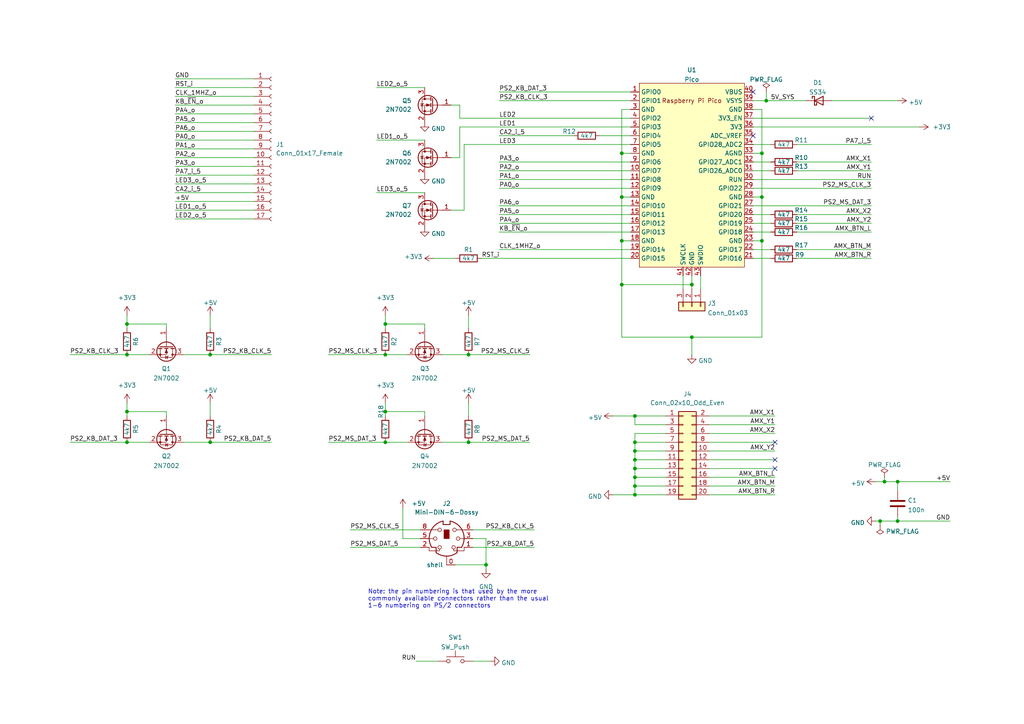
<source format=kicad_sch>
(kicad_sch (version 20211123) (generator eeschema)
  (paper "A4")
  (title_block (title "Next2BeebKB") (date "2023-12-21") (rev "1.01") (company "Dossytronics"))
  (lib_symbols
    (symbol "Connector:Conn_01x17_Female" (pin_names (offset 1.016) hide)
      (property "Reference" "J" (at 0 22.86 0))
      (property "Value" "Conn_01x17_Female" (at 0 -22.86 0))
      (symbol "Conn_01x17_Female_1_1"
        (arc (start 0 -19.812) (mid -0.508 -20.32) (end 0 -20.828) (stroke (width 0.1524)))
        (arc (start 0 -17.272) (mid -0.508 -17.78) (end 0 -18.288) (stroke (width 0.1524)))
        (arc (start 0 -14.732) (mid -0.508 -15.24) (end 0 -15.748) (stroke (width 0.1524)))
        (arc (start 0 -12.192) (mid -0.508 -12.7) (end 0 -13.208) (stroke (width 0.1524)))
        (arc (start 0 -9.652) (mid -0.508 -10.16) (end 0 -10.668) (stroke (width 0.1524)))
        (arc (start 0 -7.112) (mid -0.508 -7.62) (end 0 -8.128) (stroke (width 0.1524)))
        (arc (start 0 -4.572) (mid -0.508 -5.08) (end 0 -5.588) (stroke (width 0.1524)))
        (arc (start 0 -2.032) (mid -0.508 -2.54) (end 0 -3.048) (stroke (width 0.1524)))
        (polyline (pts (xy -1.27 -20.32) (xy -0.508 -20.32)) (stroke (width 0.1524)))
        (polyline (pts (xy -1.27 -17.78) (xy -0.508 -17.78)) (stroke (width 0.1524)))
        (polyline (pts (xy -1.27 -15.24) (xy -0.508 -15.24)) (stroke (width 0.1524)))
        (polyline (pts (xy -1.27 -12.7) (xy -0.508 -12.7)) (stroke (width 0.1524)))
        (polyline (pts (xy -1.27 -10.16) (xy -0.508 -10.16)) (stroke (width 0.1524)))
        (polyline (pts (xy -1.27 -7.62) (xy -0.508 -7.62)) (stroke (width 0.1524)))
        (polyline (pts (xy -1.27 -5.08) (xy -0.508 -5.08)) (stroke (width 0.1524)))
        (polyline (pts (xy -1.27 -2.54) (xy -0.508 -2.54)) (stroke (width 0.1524)))
        (polyline (pts (xy -1.27 0) (xy -0.508 0)) (stroke (width 0.1524)))
        (polyline (pts (xy -1.27 2.54) (xy -0.508 2.54)) (stroke (width 0.1524)))
        (polyline (pts (xy -1.27 5.08) (xy -0.508 5.08)) (stroke (width 0.1524)))
        (polyline (pts (xy -1.27 7.62) (xy -0.508 7.62)) (stroke (width 0.1524)))
        (polyline (pts (xy -1.27 10.16) (xy -0.508 10.16)) (stroke (width 0.1524)))
        (polyline (pts (xy -1.27 12.7) (xy -0.508 12.7)) (stroke (width 0.1524)))
        (polyline (pts (xy -1.27 15.24) (xy -0.508 15.24)) (stroke (width 0.1524)))
        (polyline (pts (xy -1.27 17.78) (xy -0.508 17.78)) (stroke (width 0.1524)))
        (polyline (pts (xy -1.27 20.32) (xy -0.508 20.32)) (stroke (width 0.1524)))
        (arc (start 0 0.508) (mid -0.508 0) (end 0 -0.508) (stroke (width 0.1524)))
        (arc (start 0 3.048) (mid -0.508 2.54) (end 0 2.032) (stroke (width 0.1524)))
        (arc (start 0 5.588) (mid -0.508 5.08) (end 0 4.572) (stroke (width 0.1524)))
        (arc (start 0 8.128) (mid -0.508 7.62) (end 0 7.112) (stroke (width 0.1524)))
        (arc (start 0 10.668) (mid -0.508 10.16) (end 0 9.652) (stroke (width 0.1524)))
        (arc (start 0 13.208) (mid -0.508 12.7) (end 0 12.192) (stroke (width 0.1524)))
        (arc (start 0 15.748) (mid -0.508 15.24) (end 0 14.732) (stroke (width 0.1524)))
        (arc (start 0 18.288) (mid -0.508 17.78) (end 0 17.272) (stroke (width 0.1524)))
        (arc (start 0 20.828) (mid -0.508 20.32) (end 0 19.812) (stroke (width 0.1524)))
        (pin passive line (at -5.08 20.32 0) (length 3.81) (name "Pin_1") (number "1"))
        (pin passive line (at -5.08 -2.54 0) (length 3.81) (name "Pin_10") (number "10"))
        (pin passive line (at -5.08 -5.08 0) (length 3.81) (name "Pin_11") (number "11"))
        (pin passive line (at -5.08 -7.62 0) (length 3.81) (name "Pin_12") (number "12"))
        (pin passive line (at -5.08 -10.16 0) (length 3.81) (name "Pin_13") (number "13"))
        (pin passive line (at -5.08 -12.7 0) (length 3.81) (name "Pin_14") (number "14"))
        (pin passive line (at -5.08 -15.24 0) (length 3.81) (name "Pin_15") (number "15"))
        (pin passive line (at -5.08 -17.78 0) (length 3.81) (name "Pin_16") (number "16"))
        (pin passive line (at -5.08 -20.32 0) (length 3.81) (name "Pin_17") (number "17"))
        (pin passive line (at -5.08 17.78 0) (length 3.81) (name "Pin_2") (number "2"))
        (pin passive line (at -5.08 15.24 0) (length 3.81) (name "Pin_3") (number "3"))
        (pin passive line (at -5.08 12.7 0) (length 3.81) (name "Pin_4") (number "4"))
        (pin passive line (at -5.08 10.16 0) (length 3.81) (name "Pin_5") (number "5"))
        (pin passive line (at -5.08 7.62 0) (length 3.81) (name "Pin_6") (number "6"))
        (pin passive line (at -5.08 5.08 0) (length 3.81) (name "Pin_7") (number "7"))
        (pin passive line (at -5.08 2.54 0) (length 3.81) (name "Pin_8") (number "8"))
        (pin passive line (at -5.08 0 0) (length 3.81) (name "Pin_9") (number "9"))
      )
    )
    (symbol "Connector_Generic:Conn_01x03" (pin_names (offset 1.016) hide)
      (property "Reference" "J" (at 0 5.08 0))
      (property "Value" "Conn_01x03" (at 0 -5.08 0))
      (symbol "Conn_01x03_1_1"
        (rectangle (start -1.27 -2.413) (end 0 -2.667) (stroke (width 0.1524)))
        (rectangle (start -1.27 0.127) (end 0 -0.127) (stroke (width 0.1524)))
        (rectangle (start -1.27 2.667) (end 0 2.413) (stroke (width 0.1524)))
        (rectangle (start -1.27 3.81) (end 1.27 -3.81) (stroke (width 0.254)) (fill (type background)))
        (pin passive line (at -5.08 2.54 0) (length 3.81) (name "Pin_1") (number "1"))
        (pin passive line (at -5.08 0 0) (length 3.81) (name "Pin_2") (number "2"))
        (pin passive line (at -5.08 -2.54 0) (length 3.81) (name "Pin_3") (number "3"))
      )
    )
    (symbol "Connector_Generic:Conn_02x10_Odd_Even" (pin_names (offset 1.016) hide)
      (property "Reference" "J" (at 1.27 12.7 0))
      (property "Value" "Conn_02x10_Odd_Even" (at 1.27 -15.24 0))
      (symbol "Conn_02x10_Odd_Even_1_1"
        (rectangle (start -1.27 -12.573) (end 0 -12.827) (stroke (width 0.1524)))
        (rectangle (start -1.27 -10.033) (end 0 -10.287) (stroke (width 0.1524)))
        (rectangle (start -1.27 -7.493) (end 0 -7.747) (stroke (width 0.1524)))
        (rectangle (start -1.27 -4.953) (end 0 -5.207) (stroke (width 0.1524)))
        (rectangle (start -1.27 -2.413) (end 0 -2.667) (stroke (width 0.1524)))
        (rectangle (start -1.27 0.127) (end 0 -0.127) (stroke (width 0.1524)))
        (rectangle (start -1.27 2.667) (end 0 2.413) (stroke (width 0.1524)))
        (rectangle (start -1.27 5.207) (end 0 4.953) (stroke (width 0.1524)))
        (rectangle (start -1.27 7.747) (end 0 7.493) (stroke (width 0.1524)))
        (rectangle (start -1.27 10.287) (end 0 10.033) (stroke (width 0.1524)))
        (rectangle (start -1.27 11.43) (end 3.81 -13.97) (stroke (width 0.254)) (fill (type background)))
        (rectangle (start 3.81 -12.573) (end 2.54 -12.827) (stroke (width 0.1524)))
        (rectangle (start 3.81 -10.033) (end 2.54 -10.287) (stroke (width 0.1524)))
        (rectangle (start 3.81 -7.493) (end 2.54 -7.747) (stroke (width 0.1524)))
        (rectangle (start 3.81 -4.953) (end 2.54 -5.207) (stroke (width 0.1524)))
        (rectangle (start 3.81 -2.413) (end 2.54 -2.667) (stroke (width 0.1524)))
        (rectangle (start 3.81 0.127) (end 2.54 -0.127) (stroke (width 0.1524)))
        (rectangle (start 3.81 2.667) (end 2.54 2.413) (stroke (width 0.1524)))
        (rectangle (start 3.81 5.207) (end 2.54 4.953) (stroke (width 0.1524)))
        (rectangle (start 3.81 7.747) (end 2.54 7.493) (stroke (width 0.1524)))
        (rectangle (start 3.81 10.287) (end 2.54 10.033) (stroke (width 0.1524)))
        (pin passive line (at -5.08 10.16 0) (length 3.81) (name "Pin_1") (number "1"))
        (pin passive line (at 7.62 0 180) (length 3.81) (name "Pin_10") (number "10"))
        (pin passive line (at -5.08 -2.54 0) (length 3.81) (name "Pin_11") (number "11"))
        (pin passive line (at 7.62 -2.54 180) (length 3.81) (name "Pin_12") (number "12"))
        (pin passive line (at -5.08 -5.08 0) (length 3.81) (name "Pin_13") (number "13"))
        (pin passive line (at 7.62 -5.08 180) (length 3.81) (name "Pin_14") (number "14"))
        (pin passive line (at -5.08 -7.62 0) (length 3.81) (name "Pin_15") (number "15"))
        (pin passive line (at 7.62 -7.62 180) (length 3.81) (name "Pin_16") (number "16"))
        (pin passive line (at -5.08 -10.16 0) (length 3.81) (name "Pin_17") (number "17"))
        (pin passive line (at 7.62 -10.16 180) (length 3.81) (name "Pin_18") (number "18"))
        (pin passive line (at -5.08 -12.7 0) (length 3.81) (name "Pin_19") (number "19"))
        (pin passive line (at 7.62 10.16 180) (length 3.81) (name "Pin_2") (number "2"))
        (pin passive line (at 7.62 -12.7 180) (length 3.81) (name "Pin_20") (number "20"))
        (pin passive line (at -5.08 7.62 0) (length 3.81) (name "Pin_3") (number "3"))
        (pin passive line (at 7.62 7.62 180) (length 3.81) (name "Pin_4") (number "4"))
        (pin passive line (at -5.08 5.08 0) (length 3.81) (name "Pin_5") (number "5"))
        (pin passive line (at 7.62 5.08 180) (length 3.81) (name "Pin_6") (number "6"))
        (pin passive line (at -5.08 2.54 0) (length 3.81) (name "Pin_7") (number "7"))
        (pin passive line (at 7.62 2.54 180) (length 3.81) (name "Pin_8") (number "8"))
        (pin passive line (at -5.08 0 0) (length 3.81) (name "Pin_9") (number "9"))
      )
    )
    (symbol "Device:C" (pin_numbers hide) (pin_names (offset 0.254))
      (property "Reference" "C" (at 0.635 2.54 0))
      (property "Value" "C" (at 0.635 -2.54 0))
      (symbol "C_0_1"
        (polyline (pts (xy -2.032 -0.762) (xy 2.032 -0.762)) (stroke (width 0.508)))
        (polyline (pts (xy -2.032 0.762) (xy 2.032 0.762)) (stroke (width 0.508)))
      )
      (symbol "C_1_1"
        (pin passive line (at 0 3.81 270) (length 2.794) (name "~") (number "1"))
        (pin passive line (at 0 -3.81 90) (length 2.794) (name "~") (number "2"))
      )
    )
    (symbol "Device:D_Schottky" (pin_numbers hide) (pin_names (offset 1.016) hide)
      (property "Reference" "D" (at 0 2.54 0))
      (property "Value" "D_Schottky" (at 0 -2.54 0))
      (symbol "D_Schottky_0_1"
        (polyline (pts (xy 1.27 0) (xy -1.27 0)))
        (polyline (pts (xy 1.27 1.27) (xy 1.27 -1.27) (xy -1.27 0) (xy 1.27 1.27)) (stroke (width 0.254)))
        (polyline (pts (xy -1.905 0.635) (xy -1.905 1.27) (xy -1.27 1.27) (xy -1.27 -1.27) (xy -0.635 -1.27) (xy -0.635 -0.635)) (stroke (width 0.254)))
      )
      (symbol "D_Schottky_1_1"
        (pin passive line (at -3.81 0 0) (length 2.54) (name "K") (number "1"))
        (pin passive line (at 3.81 0 180) (length 2.54) (name "A") (number "2"))
      )
    )
    (symbol "Device:Q_NMOS_GSD" (pin_names (offset 0) hide)
      (property "Reference" "Q" (at 5.08 1.27 0))
      (property "Value" "Q_NMOS_GSD" (at 5.08 -1.27 0))
      (symbol "Q_NMOS_GSD_0_1"
        (polyline (pts (xy 0.254 0) (xy -2.54 0)))
        (polyline (pts (xy 0.254 1.905) (xy 0.254 -1.905)) (stroke (width 0.254)))
        (polyline (pts (xy 0.762 -1.27) (xy 0.762 -2.286)) (stroke (width 0.254)))
        (polyline (pts (xy 0.762 0.508) (xy 0.762 -0.508)) (stroke (width 0.254)))
        (polyline (pts (xy 0.762 2.286) (xy 0.762 1.27)) (stroke (width 0.254)))
        (polyline (pts (xy 2.54 2.54) (xy 2.54 1.778)))
        (polyline (pts (xy 2.54 -2.54) (xy 2.54 0) (xy 0.762 0)))
        (polyline (pts (xy 0.762 -1.778) (xy 3.302 -1.778) (xy 3.302 1.778) (xy 0.762 1.778)))
        (polyline (pts (xy 1.016 0) (xy 2.032 0.381) (xy 2.032 -0.381) (xy 1.016 0)) (fill (type outline)))
        (polyline (pts (xy 2.794 0.508) (xy 2.921 0.381) (xy 3.683 0.381) (xy 3.81 0.254)))
        (polyline (pts (xy 3.302 0.381) (xy 2.921 -0.254) (xy 3.683 -0.254) (xy 3.302 0.381)))
        (circle (center 1.651 0) (radius 2.794) (stroke (width 0.254)))
        (circle (center 2.54 -1.778) (radius 0.254) (fill (type outline)))
        (circle (center 2.54 1.778) (radius 0.254) (fill (type outline)))
      )
      (symbol "Q_NMOS_GSD_1_1"
        (pin input line (at -5.08 0 0) (length 2.54) (name "G") (number "1"))
        (pin passive line (at 2.54 -5.08 90) (length 2.54) (name "S") (number "2"))
        (pin passive line (at 2.54 5.08 270) (length 2.54) (name "D") (number "3"))
      )
    )
    (symbol "Device:R" (pin_numbers hide) (pin_names (offset 0))
      (property "Reference" "R" (at 2.032 0 90))
      (property "Value" "R" (at 0 0 90))
      (symbol "R_0_1"
        (rectangle (start -1.016 -2.54) (end 1.016 2.54) (stroke (width 0.254)))
      )
      (symbol "R_1_1"
        (pin passive line (at 0 3.81 270) (length 1.27) (name "~") (number "1"))
        (pin passive line (at 0 -3.81 90) (length 1.27) (name "~") (number "2"))
      )
    )
    (symbol "DossyPS2:Mini-DIN-6-Dossy" (pin_names (offset 1.016))
      (property "Reference" "J?" (at 0.0177 10.16 0))
      (property "Value" "Mini-DIN-6-Dossy" (at 0.0177 7.62 0))
      (symbol "Mini-DIN-6-Dossy_0_1"
        (circle (center -3.302 0) (radius 0.508))
        (arc (start -3.048 -4.064) (mid 0 -5.08) (end 3.048 -4.064) (stroke (width 0.254)))
        (circle (center -2.032 -2.54) (radius 0.508))
        (circle (center -2.032 2.54) (radius 0.508))
        (arc (start -1.016 5.08) (mid -4.6228 2.1214) (end -4.318 -2.54) (stroke (width 0.254)))
        (rectangle (start -0.762 2.54) (end 0.762 0) (fill (type outline)))
        (polyline (pts (xy -3.81 0) (xy -5.08 0)))
        (polyline (pts (xy -2.54 2.54) (xy -5.08 2.54)))
        (polyline (pts (xy 0 -7.62) (xy 0 -5.08)))
        (polyline (pts (xy 2.794 2.54) (xy 5.08 2.54)))
        (polyline (pts (xy 5.08 0) (xy 3.81 0)))
        (polyline (pts (xy -4.318 -2.54) (xy -3.048 -2.54) (xy -3.048 -4.064)) (stroke (width 0.254)))
        (polyline (pts (xy 4.318 -2.54) (xy 3.048 -2.54) (xy 3.048 -4.064)) (stroke (width 0.254)))
        (polyline (pts (xy -2.032 -3.048) (xy -2.032 -3.556) (xy -5.08 -3.556) (xy -5.08 -2.54)))
        (polyline (pts (xy -1.016 5.08) (xy -1.016 4.064) (xy 1.016 4.064) (xy 1.016 5.08)) (stroke (width 0.254)))
        (polyline (pts (xy 2.032 -3.048) (xy 2.032 -3.556) (xy 5.08 -3.556) (xy 5.08 -2.54)))
        (circle (center 2.032 -2.54) (radius 0.508))
        (circle (center 2.286 2.54) (radius 0.508))
        (circle (center 3.302 0) (radius 0.508))
        (arc (start 4.318 -2.54) (mid 4.6661 2.1322) (end 1.016 5.08) (stroke (width 0.254)))
      )
      (symbol "Mini-DIN-6-Dossy_1_1"
        (pin passive line (at 2.54 -7.62 180) (length 2.54) (name "shell") (number "0"))
        (pin passive line (at 7.62 -2.54 180) (length 2.54) (name "~") (number "1"))
        (pin passive line (at -7.62 -2.54 0) (length 2.54) (name "~") (number "2"))
        (pin passive line (at 7.62 0 180) (length 2.54) (name "~") (number "3"))
        (pin passive line (at -7.62 0 0) (length 2.54) (name "~") (number "5"))
        (pin passive line (at 7.62 2.54 180) (length 2.54) (name "~") (number "6"))
        (pin passive line (at -7.62 2.54 0) (length 2.54) (name "~") (number "8"))
      )
    )
    (symbol "RPI_Local:Pico"
      (property "Reference" "U" (at -13.97 27.94 0))
      (property "Value" "Pico" (at 0 19.05 0))
      (symbol "Pico_0_0"
        (text "Raspberry Pi Pico" (at 0 21.59 0) (effects (font (size 1.27 1.27))))
      )
      (symbol "Pico_0_1"
        (rectangle (start -15.24 26.67) (end 15.24 -26.67) (fill (type background)))
      )
      (symbol "Pico_1_1"
        (pin bidirectional line (at -17.78 24.13 0) (length 2.54) (name "GPIO0") (number "1"))
        (pin bidirectional line (at -17.78 1.27 0) (length 2.54) (name "GPIO7") (number "10"))
        (pin bidirectional line (at -17.78 -1.27 0) (length 2.54) (name "GPIO8") (number "11"))
        (pin bidirectional line (at -17.78 -3.81 0) (length 2.54) (name "GPIO9") (number "12"))
        (pin power_in line (at -17.78 -6.35 0) (length 2.54) (name "GND") (number "13"))
        (pin bidirectional line (at -17.78 -8.89 0) (length 2.54) (name "GPIO10") (number "14"))
        (pin bidirectional line (at -17.78 -11.43 0) (length 2.54) (name "GPIO11") (number "15"))
        (pin bidirectional line (at -17.78 -13.97 0) (length 2.54) (name "GPIO12") (number "16"))
        (pin bidirectional line (at -17.78 -16.51 0) (length 2.54) (name "GPIO13") (number "17"))
        (pin power_in line (at -17.78 -19.05 0) (length 2.54) (name "GND") (number "18"))
        (pin bidirectional line (at -17.78 -21.59 0) (length 2.54) (name "GPIO14") (number "19"))
        (pin bidirectional line (at -17.78 21.59 0) (length 2.54) (name "GPIO1") (number "2"))
        (pin bidirectional line (at -17.78 -24.13 0) (length 2.54) (name "GPIO15") (number "20"))
        (pin bidirectional line (at 17.78 -24.13 180) (length 2.54) (name "GPIO16") (number "21"))
        (pin bidirectional line (at 17.78 -21.59 180) (length 2.54) (name "GPIO17") (number "22"))
        (pin power_in line (at 17.78 -19.05 180) (length 2.54) (name "GND") (number "23"))
        (pin bidirectional line (at 17.78 -16.51 180) (length 2.54) (name "GPIO18") (number "24"))
        (pin bidirectional line (at 17.78 -13.97 180) (length 2.54) (name "GPIO19") (number "25"))
        (pin bidirectional line (at 17.78 -11.43 180) (length 2.54) (name "GPIO20") (number "26"))
        (pin bidirectional line (at 17.78 -8.89 180) (length 2.54) (name "GPIO21") (number "27"))
        (pin power_in line (at 17.78 -6.35 180) (length 2.54) (name "GND") (number "28"))
        (pin bidirectional line (at 17.78 -3.81 180) (length 2.54) (name "GPIO22") (number "29"))
        (pin power_in line (at -17.78 19.05 0) (length 2.54) (name "GND") (number "3"))
        (pin input line (at 17.78 -1.27 180) (length 2.54) (name "RUN") (number "30"))
        (pin bidirectional line (at 17.78 1.27 180) (length 2.54) (name "GPIO26_ADC0") (number "31"))
        (pin bidirectional line (at 17.78 3.81 180) (length 2.54) (name "GPIO27_ADC1") (number "32"))
        (pin power_in line (at 17.78 6.35 180) (length 2.54) (name "AGND") (number "33"))
        (pin bidirectional line (at 17.78 8.89 180) (length 2.54) (name "GPIO28_ADC2") (number "34"))
        (pin power_in line (at 17.78 11.43 180) (length 2.54) (name "ADC_VREF") (number "35"))
        (pin power_out line (at 17.78 13.97 180) (length 2.54) (name "3V3") (number "36"))
        (pin input line (at 17.78 16.51 180) (length 2.54) (name "3V3_EN") (number "37"))
        (pin power_in line (at 17.78 19.05 180) (length 2.54) (name "GND") (number "38"))
        (pin passive line (at 17.78 21.59 180) (length 2.54) (name "VSYS") (number "39"))
        (pin bidirectional line (at -17.78 16.51 0) (length 2.54) (name "GPIO2") (number "4"))
        (pin power_in line (at 17.78 24.13 180) (length 2.54) (name "VBUS") (number "40"))
        (pin input line (at -2.54 -29.21 90) (length 2.54) (name "SWCLK") (number "41"))
        (pin power_in line (at 0 -29.21 90) (length 2.54) (name "GND") (number "42"))
        (pin bidirectional line (at 2.54 -29.21 90) (length 2.54) (name "SWDIO") (number "43"))
        (pin bidirectional line (at -17.78 13.97 0) (length 2.54) (name "GPIO3") (number "5"))
        (pin bidirectional line (at -17.78 11.43 0) (length 2.54) (name "GPIO4") (number "6"))
        (pin bidirectional line (at -17.78 8.89 0) (length 2.54) (name "GPIO5") (number "7"))
        (pin power_in line (at -17.78 6.35 0) (length 2.54) (name "GND") (number "8"))
        (pin bidirectional line (at -17.78 3.81 0) (length 2.54) (name "GPIO6") (number "9"))
      )
    )
    (symbol "Switch:SW_Push" (pin_numbers hide) (pin_names (offset 1.016) hide)
      (property "Reference" "SW" (at 1.27 2.54 0))
      (property "Value" "SW_Push" (at 0 -1.524 0))
      (symbol "SW_Push_0_1"
        (circle (center -2.032 0) (radius 0.508))
        (polyline (pts (xy 0 1.27) (xy 0 3.048)))
        (polyline (pts (xy 2.54 1.27) (xy -2.54 1.27)))
        (circle (center 2.032 0) (radius 0.508))
        (pin passive line (at -5.08 0 0) (length 2.54) (name "1") (number "1"))
        (pin passive line (at 5.08 0 180) (length 2.54) (name "2") (number "2"))
      )
    )
    (symbol "power:+3V3" (power) (pin_names (offset 0))
      (property "Value" "+3V3" (at 0 3.556 0))
      (symbol "+3V3_0_1"
        (polyline (pts (xy -0.762 1.27) (xy 0 2.54)))
        (polyline (pts (xy 0 0) (xy 0 2.54)))
        (polyline (pts (xy 0 2.54) (xy 0.762 1.27)))
      )
      (symbol "+3V3_1_1"
        (pin power_in line (at 0 0 90) (length 0) hide (name "+3V3") (number "1"))
      )
    )
    (symbol "power:+5V" (power) (pin_names (offset 0))
      (property "Value" "+5V" (at 0 3.556 0))
      (symbol "+5V_0_1"
        (polyline (pts (xy -0.762 1.27) (xy 0 2.54)))
        (polyline (pts (xy 0 0) (xy 0 2.54)))
        (polyline (pts (xy 0 2.54) (xy 0.762 1.27)))
      )
      (symbol "+5V_1_1"
        (pin power_in line (at 0 0 90) (length 0) hide (name "+5V") (number "1"))
      )
    )
    (symbol "power:GND" (power) (pin_names (offset 0))
      (property "Value" "GND" (at 0 -3.81 0))
      (symbol "GND_0_1"
        (polyline (pts (xy 0 0) (xy 0 -1.27) (xy 1.27 -1.27) (xy 0 -2.54) (xy -1.27 -1.27) (xy 0 -1.27)))
      )
      (symbol "GND_1_1"
        (pin power_in line (at 0 0 270) (length 0) hide (name "GND") (number "1"))
      )
    )
    (symbol "power:PWR_FLAG" (power) (pin_numbers hide) (pin_names (offset 0) hide)
      (property "Value" "PWR_FLAG" (at 0 3.81 0))
      (symbol "PWR_FLAG_0_0"
        (pin power_out line (at 0 0 90) (length 0) (name "pwr") (number "1"))
      )
      (symbol "PWR_FLAG_0_1"
        (polyline (pts (xy 0 0) (xy 0 1.27) (xy -1.016 1.905) (xy 0 2.54) (xy 1.016 1.905) (xy 0 1.27)))
      )
    )
  )
  (junction (at 260.35 151.13))
  (junction (at 180.34 57.15))
  (junction (at 184.15 140.97))
  (junction (at 184.15 138.43))
  (junction (at 184.15 135.89))
  (junction (at 60.96 128.27))
  (junction (at 135.89 128.27))
  (junction (at 111.76 93.98))
  (junction (at 36.83 128.27))
  (junction (at 36.83 93.98))
  (junction (at 260.35 139.7))
  (junction (at 256.54 139.7))
  (junction (at 184.15 133.35))
  (junction (at 184.15 128.27))
  (junction (at 222.25 29.21))
  (junction (at 184.15 143.51))
  (junction (at 200.66 97.79))
  (junction (at 180.34 82.55))
  (junction (at 36.83 119.38))
  (junction (at 255.27 151.13))
  (junction (at 184.15 130.81))
  (junction (at 36.83 102.87))
  (junction (at 140.97 163.83))
  (junction (at 111.76 102.87))
  (junction (at 180.34 69.85))
  (junction (at 200.66 82.55))
  (junction (at 60.96 102.87))
  (junction (at 111.76 128.27))
  (junction (at 220.98 57.15))
  (junction (at 180.34 44.45))
  (junction (at 220.98 44.45))
  (junction (at 184.15 120.65))
  (junction (at 220.98 69.85))
  (junction (at 135.89 102.87))
  (junction (at 111.76 119.38))
  (no_connect (at 252.73 34.29))
  (no_connect (at 224.79 128.27))
  (no_connect (at 224.79 133.35))
  (no_connect (at 224.79 135.89))
  (no_connect (at 218.44 26.67))
  (no_connect (at 218.44 39.37))
  (wire (pts (xy 173.99 39.37) (xy 182.88 39.37)))
  (wire (pts (xy 144.78 46.99) (xy 182.88 46.99)))
  (wire (pts (xy 50.8 63.5) (xy 73.66 63.5)))
  (wire (pts (xy 184.15 123.19) (xy 184.15 120.65)))
  (wire (pts (xy 50.8 50.8) (xy 73.66 50.8)))
  (wire (pts (xy 256.54 139.7) (xy 260.35 139.7)))
  (wire (pts (xy 144.78 49.53) (xy 182.88 49.53)))
  (wire (pts (xy 218.44 74.93) (xy 223.52 74.93)))
  (wire (pts (xy 231.14 46.99) (xy 252.73 46.99)))
  (wire (pts (xy 177.8 143.51) (xy 184.15 143.51)))
  (wire (pts (xy 36.83 119.38) (xy 36.83 120.65)))
  (wire (pts (xy 50.8 53.34) (xy 73.66 53.34)))
  (wire (pts (xy 218.44 64.77) (xy 223.52 64.77)))
  (wire (pts (xy 184.15 128.27) (xy 184.15 130.81)))
  (wire (pts (xy 36.83 116.84) (xy 36.83 119.38)))
  (wire (pts (xy 20.32 102.87) (xy 36.83 102.87)))
  (wire (pts (xy 218.44 44.45) (xy 220.98 44.45)))
  (wire (pts (xy 231.14 67.31) (xy 252.73 67.31)))
  (wire (pts (xy 111.76 119.38) (xy 111.76 120.65)))
  (wire (pts (xy 205.74 123.19) (xy 224.79 123.19)))
  (wire (pts (xy 132.08 74.93) (xy 125.73 74.93)))
  (wire (pts (xy 254 151.13) (xy 255.27 151.13)))
  (wire (pts (xy 144.78 59.69) (xy 182.88 59.69)))
  (wire (pts (xy 36.83 91.44) (xy 36.83 93.98)))
  (wire (pts (xy 184.15 133.35) (xy 193.04 133.35)))
  (wire (pts (xy 109.22 40.64) (xy 123.19 40.64)))
  (wire (pts (xy 140.97 156.21) (xy 140.97 163.83)))
  (wire (pts (xy 133.35 34.29) (xy 182.88 34.29)))
  (wire (pts (xy 134.62 41.91) (xy 134.62 60.96)))
  (wire (pts (xy 231.14 64.77) (xy 252.73 64.77)))
  (wire (pts (xy 133.35 30.48) (xy 130.81 30.48)))
  (wire (pts (xy 205.74 125.73) (xy 224.79 125.73)))
  (wire (pts (xy 144.78 26.67) (xy 182.88 26.67)))
  (wire (pts (xy 260.35 139.7) (xy 260.35 142.24)))
  (wire (pts (xy 205.74 120.65) (xy 224.79 120.65)))
  (wire (pts (xy 180.34 31.75) (xy 180.34 44.45)))
  (wire (pts (xy 184.15 120.65) (xy 193.04 120.65)))
  (wire (pts (xy 123.19 95.25) (xy 123.19 93.98)))
  (wire (pts (xy 140.97 163.83) (xy 140.97 165.1)))
  (wire (pts (xy 200.66 80.01) (xy 200.66 82.55)))
  (wire (pts (xy 132.08 163.83) (xy 140.97 163.83)))
  (wire (pts (xy 218.44 72.39) (xy 223.52 72.39)))
  (wire (pts (xy 222.25 29.21) (xy 233.68 29.21)))
  (wire (pts (xy 111.76 93.98) (xy 111.76 95.25)))
  (wire (pts (xy 101.6 158.75) (xy 121.92 158.75)))
  (wire (pts (xy 205.74 135.89) (xy 224.79 135.89)))
  (wire (pts (xy 139.7 74.93) (xy 182.88 74.93)))
  (wire (pts (xy 205.74 140.97) (xy 224.79 140.97)))
  (wire (pts (xy 184.15 135.89) (xy 193.04 135.89)))
  (wire (pts (xy 220.98 57.15) (xy 220.98 44.45)))
  (wire (pts (xy 200.66 82.55) (xy 200.66 83.82)))
  (wire (pts (xy 50.8 38.1) (xy 73.66 38.1)))
  (wire (pts (xy 205.74 143.51) (xy 224.79 143.51)))
  (wire (pts (xy 95.25 102.87) (xy 111.76 102.87)))
  (wire (pts (xy 48.26 93.98) (xy 36.83 93.98)))
  (wire (pts (xy 218.44 62.23) (xy 223.52 62.23)))
  (wire (pts (xy 184.15 140.97) (xy 184.15 143.51)))
  (wire (pts (xy 144.78 52.07) (xy 182.88 52.07)))
  (wire (pts (xy 180.34 82.55) (xy 200.66 82.55)))
  (wire (pts (xy 50.8 40.64) (xy 73.66 40.64)))
  (wire (pts (xy 109.22 25.4) (xy 123.19 25.4)))
  (wire (pts (xy 135.89 116.84) (xy 135.89 120.65)))
  (wire (pts (xy 109.22 55.88) (xy 123.19 55.88)))
  (wire (pts (xy 36.83 102.87) (xy 43.18 102.87)))
  (wire (pts (xy 50.8 58.42) (xy 73.66 58.42)))
  (wire (pts (xy 121.92 156.21) (xy 116.84 156.21)))
  (wire (pts (xy 255.27 151.13) (xy 260.35 151.13)))
  (wire (pts (xy 260.35 149.86) (xy 260.35 151.13)))
  (wire (pts (xy 53.34 128.27) (xy 60.96 128.27)))
  (wire (pts (xy 182.88 57.15) (xy 180.34 57.15)))
  (wire (pts (xy 218.44 69.85) (xy 220.98 69.85)))
  (wire (pts (xy 256.54 138.43) (xy 256.54 139.7)))
  (wire (pts (xy 218.44 29.21) (xy 222.25 29.21)))
  (wire (pts (xy 144.78 72.39) (xy 182.88 72.39)))
  (wire (pts (xy 48.26 119.38) (xy 36.83 119.38)))
  (wire (pts (xy 95.25 128.27) (xy 111.76 128.27)))
  (wire (pts (xy 222.25 26.67) (xy 222.25 29.21)))
  (wire (pts (xy 184.15 130.81) (xy 193.04 130.81)))
  (wire (pts (xy 218.44 36.83) (xy 266.7 36.83)))
  (wire (pts (xy 137.16 191.77) (xy 142.24 191.77)))
  (wire (pts (xy 220.98 69.85) (xy 220.98 57.15)))
  (wire (pts (xy 50.8 35.56) (xy 73.66 35.56)))
  (wire (pts (xy 200.66 97.79) (xy 180.34 97.79)))
  (wire (pts (xy 220.98 69.85) (xy 220.98 97.79)))
  (wire (pts (xy 218.44 52.07) (xy 252.73 52.07)))
  (wire (pts (xy 50.8 60.96) (xy 73.66 60.96)))
  (wire (pts (xy 180.34 44.45) (xy 180.34 57.15)))
  (wire (pts (xy 184.15 130.81) (xy 184.15 133.35)))
  (wire (pts (xy 50.8 33.02) (xy 73.66 33.02)))
  (wire (pts (xy 50.8 43.18) (xy 73.66 43.18)))
  (wire (pts (xy 231.14 62.23) (xy 252.73 62.23)))
  (wire (pts (xy 123.19 119.38) (xy 111.76 119.38)))
  (wire (pts (xy 184.15 140.97) (xy 193.04 140.97)))
  (wire (pts (xy 60.96 102.87) (xy 78.74 102.87)))
  (wire (pts (xy 50.8 27.94) (xy 73.66 27.94)))
  (wire (pts (xy 120.65 191.77) (xy 127 191.77)))
  (wire (pts (xy 260.35 139.7) (xy 275.59 139.7)))
  (wire (pts (xy 241.3 29.21) (xy 260.35 29.21)))
  (wire (pts (xy 111.76 102.87) (xy 118.11 102.87)))
  (wire (pts (xy 144.78 29.21) (xy 182.88 29.21)))
  (wire (pts (xy 50.8 22.86) (xy 73.66 22.86)))
  (wire (pts (xy 220.98 44.45) (xy 220.98 31.75)))
  (wire (pts (xy 50.8 48.26) (xy 73.66 48.26)))
  (wire (pts (xy 111.76 128.27) (xy 118.11 128.27)))
  (wire (pts (xy 144.78 67.31) (xy 182.88 67.31)))
  (wire (pts (xy 111.76 116.84) (xy 111.76 119.38)))
  (wire (pts (xy 205.74 130.81) (xy 224.79 130.81)))
  (wire (pts (xy 231.14 72.39) (xy 252.73 72.39)))
  (wire (pts (xy 205.74 128.27) (xy 224.79 128.27)))
  (wire (pts (xy 220.98 31.75) (xy 218.44 31.75)))
  (wire (pts (xy 133.35 36.83) (xy 133.35 45.72)))
  (wire (pts (xy 218.44 49.53) (xy 223.52 49.53)))
  (wire (pts (xy 193.04 125.73) (xy 184.15 125.73)))
  (wire (pts (xy 254 139.7) (xy 256.54 139.7)))
  (wire (pts (xy 200.66 97.79) (xy 200.66 102.87)))
  (wire (pts (xy 231.14 49.53) (xy 252.73 49.53)))
  (wire (pts (xy 184.15 138.43) (xy 193.04 138.43)))
  (wire (pts (xy 137.16 153.67) (xy 154.94 153.67)))
  (wire (pts (xy 101.6 153.67) (xy 121.92 153.67)))
  (wire (pts (xy 205.74 133.35) (xy 224.79 133.35)))
  (wire (pts (xy 220.98 57.15) (xy 218.44 57.15)))
  (wire (pts (xy 135.89 128.27) (xy 153.67 128.27)))
  (wire (pts (xy 184.15 125.73) (xy 184.15 128.27)))
  (wire (pts (xy 180.34 82.55) (xy 180.34 97.79)))
  (wire (pts (xy 60.96 128.27) (xy 78.74 128.27)))
  (wire (pts (xy 182.88 31.75) (xy 180.34 31.75)))
  (wire (pts (xy 180.34 57.15) (xy 180.34 69.85)))
  (wire (pts (xy 255.27 151.13) (xy 255.27 152.4)))
  (wire (pts (xy 177.8 120.65) (xy 184.15 120.65)))
  (wire (pts (xy 203.2 80.01) (xy 203.2 83.82)))
  (wire (pts (xy 123.19 93.98) (xy 111.76 93.98)))
  (wire (pts (xy 134.62 41.91) (xy 182.88 41.91)))
  (wire (pts (xy 48.26 95.25) (xy 48.26 93.98)))
  (wire (pts (xy 128.27 128.27) (xy 135.89 128.27)))
  (wire (pts (xy 116.84 156.21) (xy 116.84 147.32)))
  (wire (pts (xy 180.34 69.85) (xy 180.34 82.55)))
  (wire (pts (xy 218.44 54.61) (xy 252.73 54.61)))
  (wire (pts (xy 128.27 102.87) (xy 135.89 102.87)))
  (wire (pts (xy 135.89 91.44) (xy 135.89 95.25)))
  (wire (pts (xy 184.15 133.35) (xy 184.15 135.89)))
  (wire (pts (xy 193.04 123.19) (xy 184.15 123.19)))
  (wire (pts (xy 50.8 55.88) (xy 73.66 55.88)))
  (wire (pts (xy 198.12 80.01) (xy 198.12 83.82)))
  (wire (pts (xy 48.26 120.65) (xy 48.26 119.38)))
  (wire (pts (xy 144.78 54.61) (xy 182.88 54.61)))
  (wire (pts (xy 144.78 64.77) (xy 182.88 64.77)))
  (wire (pts (xy 144.78 62.23) (xy 182.88 62.23)))
  (wire (pts (xy 137.16 158.75) (xy 154.94 158.75)))
  (wire (pts (xy 50.8 30.48) (xy 73.66 30.48)))
  (wire (pts (xy 111.76 91.44) (xy 111.76 93.98)))
  (wire (pts (xy 133.35 34.29) (xy 133.35 30.48)))
  (wire (pts (xy 50.8 45.72) (xy 73.66 45.72)))
  (wire (pts (xy 53.34 102.87) (xy 60.96 102.87)))
  (wire (pts (xy 60.96 116.84) (xy 60.96 120.65)))
  (wire (pts (xy 180.34 69.85) (xy 182.88 69.85)))
  (wire (pts (xy 123.19 120.65) (xy 123.19 119.38)))
  (wire (pts (xy 137.16 156.21) (xy 140.97 156.21)))
  (wire (pts (xy 218.44 41.91) (xy 223.52 41.91)))
  (wire (pts (xy 36.83 93.98) (xy 36.83 95.25)))
  (wire (pts (xy 184.15 135.89) (xy 184.15 138.43)))
  (wire (pts (xy 130.81 45.72) (xy 133.35 45.72)))
  (wire (pts (xy 231.14 41.91) (xy 252.73 41.91)))
  (wire (pts (xy 184.15 138.43) (xy 184.15 140.97)))
  (wire (pts (xy 36.83 128.27) (xy 43.18 128.27)))
  (wire (pts (xy 60.96 91.44) (xy 60.96 95.25)))
  (wire (pts (xy 133.35 36.83) (xy 182.88 36.83)))
  (wire (pts (xy 218.44 46.99) (xy 223.52 46.99)))
  (wire (pts (xy 135.89 102.87) (xy 153.67 102.87)))
  (wire (pts (xy 50.8 25.4) (xy 73.66 25.4)))
  (wire (pts (xy 184.15 128.27) (xy 193.04 128.27)))
  (wire (pts (xy 218.44 67.31) (xy 223.52 67.31)))
  (wire (pts (xy 166.37 39.37) (xy 144.78 39.37)))
  (wire (pts (xy 184.15 143.51) (xy 193.04 143.51)))
  (wire (pts (xy 182.88 44.45) (xy 180.34 44.45)))
  (wire (pts (xy 220.98 97.79) (xy 200.66 97.79)))
  (wire (pts (xy 218.44 59.69) (xy 252.73 59.69)))
  (wire (pts (xy 260.35 151.13) (xy 275.59 151.13)))
  (wire (pts (xy 205.74 138.43) (xy 224.79 138.43)))
  (wire (pts (xy 134.62 60.96) (xy 130.81 60.96)))
  (wire (pts (xy 252.73 34.29) (xy 218.44 34.29)))
  (wire (pts (xy 20.32 128.27) (xy 36.83 128.27)))
  (wire (pts (xy 252.73 74.93) (xy 231.14 74.93)))
  (text "Note: the pin numbering is that used by the more\ncommonly available connectors rather than the usual\n1-6 numbering on PS/2 connectors" (at 106.68 176.53 0) (effects (font (size 1.27 1.27)) (justify left bottom)))
  (label "PS2_KB_CLK_5" (at 154.94 153.67 180))
  (label "CLK_1MHZ_o" (at 50.8 27.94 0))
  (label "PA6_o" (at 50.8 38.1 0))
  (label "PS2_MS_CLK_3" (at 95.25 102.87 0))
  (label "PA7_i_5" (at 252.73 41.91 180))
  (label "GND" (at 50.8 22.86 0))
  (label "PA1_o" (at 50.8 43.18 0))
  (label "LED2" (at 144.78 34.29 0))
  (label "PA3_o" (at 144.78 46.99 0))
  (label "PS2_MS_DAT_3" (at 252.73 59.69 180))
  (label "LED3_o_5" (at 50.8 53.34 0))
  (label "PS2_MS_CLK_5" (at 101.6 153.67 0))
  (label "CA2_i_5" (at 144.78 39.37 0))
  (label "AMX_Y2" (at 252.73 64.77 180))
  (label "AMX_BTN_L" (at 224.79 138.43 180))
  (label "PS2_MS_DAT_3" (at 95.25 128.27 0))
  (label "PS2_MS_CLK_5" (at 153.67 102.87 180))
  (label "KB_~{EN}_o" (at 144.78 67.31 0))
  (label "GND" (at 275.59 151.13 180))
  (label "AMX_BTN_M" (at 224.79 140.97 180))
  (label "PA0_o" (at 50.8 40.64 0))
  (label "AMX_X1" (at 252.73 46.99 180))
  (label "PA4_o" (at 144.78 64.77 0))
  (label "AMX_X1" (at 224.79 120.65 180))
  (label "PS2_KB_CLK_3" (at 20.32 102.87 0))
  (label "KB_~{EN}_o" (at 50.8 30.48 0))
  (label "PA1_o" (at 144.78 52.07 0))
  (label "PS2_MS_DAT_5" (at 153.67 128.27 180))
  (label "AMX_BTN_R" (at 252.73 74.93 180))
  (label "AMX_Y1" (at 224.79 123.19 180))
  (label "AMX_BTN_L" (at 252.73 67.31 180))
  (label "PA2_o" (at 50.8 45.72 0))
  (label "LED1_o_5" (at 109.22 40.64 0))
  (label "+5V" (at 275.59 139.7 180))
  (label "CA2_i_5" (at 50.8 55.88 0))
  (label "PS2_KB_CLK_5" (at 78.74 102.87 180))
  (label "PA5_o" (at 50.8 35.56 0))
  (label "PA5_o" (at 144.78 62.23 0))
  (label "RST_i" (at 50.8 25.4 0))
  (label "PS2_KB_DAT_5" (at 78.74 128.27 180))
  (label "PA2_o" (at 144.78 49.53 0))
  (label "LED2_o_5" (at 109.22 25.4 0))
  (label "LED3_o_5" (at 109.22 55.88 0))
  (label "RUN" (at 120.65 191.77 180))
  (label "RST_i" (at 139.7 74.93 0))
  (label "PS2_KB_DAT_3" (at 144.78 26.67 0))
  (label "CLK_1MHZ_o" (at 144.78 72.39 0))
  (label "AMX_Y1" (at 252.73 49.53 180))
  (label "LED2_o_5" (at 50.8 63.5 0))
  (label "PA3_o" (at 50.8 48.26 0))
  (label "PS2_KB_DAT_5" (at 154.94 158.75 180))
  (label "PS2_KB_DAT_3" (at 20.32 128.27 0))
  (label "AMX_Y2" (at 224.79 130.81 180))
  (label "PS2_KB_CLK_3" (at 144.78 29.21 0))
  (label "LED1_o_5" (at 50.8 60.96 0))
  (label "+5V" (at 50.8 58.42 0))
  (label "PA0_o" (at 144.78 54.61 0))
  (label "AMX_BTN_R" (at 224.79 143.51 180))
  (label "AMX_BTN_M" (at 252.73 72.39 180))
  (label "PA4_o" (at 50.8 33.02 0))
  (label "PA7_i_5" (at 50.8 50.8 0))
  (label "PS2_MS_DAT_5" (at 101.6 158.75 0))
  (label "PA6_o" (at 144.78 59.69 0))
  (label "AMX_X2" (at 252.73 62.23 180))
  (label "AMX_X2" (at 224.79 125.73 180))
  (label "LED1" (at 144.78 36.83 0))
  (label "RUN" (at 252.73 52.07 180))
  (label "PS2_MS_CLK_3" (at 252.73 54.61 180))
  (label "5V_SYS" (at 223.52 29.21 0))
  (label "LED3" (at 144.78 41.91 0))
  (symbol (lib_id "Device:R") (at 135.89 99.06 180) (unit 1)
    (property "Reference" "R7" (at 138.43 99.06 90))
    (property "Value" "4k7" (at 135.89 99.06 90))
    (property "Footprint" "Resistor_SMD:R_0805_2012Metric" (effects hide))
    (property "LCSC" "C17673" (effects hide))
  )
  (symbol (lib_id "power:PWR_FLAG") (at 256.54 138.43 0) (unit 1)
    (property "Reference" "#FLG03" (effects hide))
    (property "Value" "PWR_FLAG" (at 256.54 134.8255 0))
  )
  (symbol (lib_id "power:GND") (at 123.19 66.04 0) (unit 1)
    (property "Reference" "#PWR014" (effects hide))
    (property "Value" "GND" (at 125.095 67.789 0) (effects (justify left)))
  )
  (symbol (lib_id "Device:R") (at 227.33 64.77 90) (unit 1)
    (property "Reference" "R15" (at 232.41 63.5 90))
    (property "Value" "4k7" (at 227.33 64.77 90))
    (property "Footprint" "Resistor_SMD:R_0805_2012Metric" (effects hide))
    (property "LCSC" "C17673" (effects hide))
  )
  (symbol (lib_id "power:+5V") (at 60.96 91.44 0) (unit 1)
    (property "Reference" "#PWR03" (effects hide))
    (property "Value" "+5V" (at 60.96 87.8355 0))
  )
  (symbol (lib_id "Device:R") (at 227.33 72.39 90) (unit 1)
    (property "Reference" "R17" (at 232.41 71.12 90))
    (property "Value" "4k7" (at 227.33 72.39 90))
    (property "Footprint" "Resistor_SMD:R_0805_2012Metric" (effects hide))
    (property "LCSC" "C17673" (effects hide))
  )
  (symbol (lib_id "RPI_Local:Pico") (at 200.66 50.8 0) (unit 1)
    (property "Reference" "U1" (at 200.66 20.2905 0))
    (property "Value" "Pico" (at 200.66 23.0656 0))
    (property "Footprint" "RPI_Local:RPi_Pico_SMD" (effects hide))
  )
  (symbol (lib_id "Device:R") (at 170.18 39.37 270) (mirror x) (unit 1)
    (property "Reference" "R12" (at 165.1 38.1 90))
    (property "Value" "4k7" (at 170.18 39.37 90))
    (property "Footprint" "Resistor_SMD:R_0805_2012Metric" (effects hide))
    (property "LCSC" "C17673" (effects hide))
  )
  (symbol (lib_id "power:+5V") (at 254 139.7 90) (unit 1)
    (property "Reference" "#PWR020" (effects hide))
    (property "Value" "+5V" (at 250.8251 140.179 90) (effects (justify left)))
  )
  (symbol (lib_id "Device:Q_NMOS_GSD") (at 123.19 100.33 270) (unit 1)
    (property "Reference" "Q3" (at 123.19 106.9245 90))
    (property "Value" "2N7002" (at 123.19 109.6996 90))
    (property "Footprint" "Package_TO_SOT_SMD:SOT-23" (effects hide))
  )
  (symbol (lib_id "Device:R") (at 36.83 124.46 180) (unit 1)
    (property "Reference" "R5" (at 39.37 124.46 90))
    (property "Value" "4k7" (at 36.83 124.46 90))
    (property "Footprint" "Resistor_SMD:R_0805_2012Metric" (effects hide))
    (property "LCSC" "C17673" (effects hide))
  )
  (symbol (lib_id "power:+5V") (at 135.89 116.84 0) (unit 1)
    (property "Reference" "#PWR016" (effects hide))
    (property "Value" "+5V" (at 135.89 113.2355 0))
  )
  (symbol (lib_id "power:PWR_FLAG") (at 255.27 152.4 180) (unit 1)
    (property "Reference" "#FLG01" (effects hide))
    (property "Value" "PWR_FLAG" (at 256.921 154.149 0) (effects (justify right)))
  )
  (symbol (lib_id "power:+3V3") (at 125.73 74.93 90) (unit 1)
    (property "Reference" "#PWR022" (effects hide))
    (property "Value" "+3V3" (at 122.555 74.451 90) (effects (justify left)))
  )
  (symbol (lib_id "Device:R") (at 135.89 74.93 270) (unit 1)
    (property "Reference" "R1" (at 135.89 72.39 90))
    (property "Value" "4k7" (at 135.89 74.93 90))
    (property "Footprint" "Resistor_SMD:R_0805_2012Metric" (effects hide))
    (property "LCSC" "C17673" (effects hide))
  )
  (symbol (lib_id "power:+5V") (at 135.89 91.44 0) (unit 1)
    (property "Reference" "#PWR015" (effects hide))
    (property "Value" "+5V" (at 135.89 87.8355 0))
  )
  (symbol (lib_id "Device:Q_NMOS_GSD") (at 123.19 125.73 270) (unit 1)
    (property "Reference" "Q4" (at 123.19 132.3245 90))
    (property "Value" "2N7002" (at 123.19 135.0996 90))
    (property "Footprint" "Package_TO_SOT_SMD:SOT-23" (effects hide))
  )
  (symbol (lib_id "Device:Q_NMOS_GSD") (at 125.73 30.48 0) (mirror y) (unit 1)
    (property "Reference" "Q5" (at 119.38 29.2099 0) (effects (justify left)))
    (property "Value" "2N7002" (at 119.38 31.7499 0) (effects (justify left)))
    (property "Footprint" "Package_TO_SOT_SMD:SOT-23" (effects hide))
    (property "LCSC" "C8545" (effects hide))
  )
  (symbol (lib_id "power:GND") (at 200.66 102.87 0) (unit 1)
    (property "Reference" "#PWR06" (effects hide))
    (property "Value" "GND" (at 202.565 104.619 0) (effects (justify left)))
  )
  (symbol (lib_id "power:GND") (at 142.24 191.77 90) (unit 1)
    (property "Reference" "#PWR04" (effects hide))
    (property "Value" "GND" (at 145.415 192.249 90) (effects (justify right)))
  )
  (symbol (lib_id "power:+5V") (at 260.35 29.21 270) (unit 1)
    (property "Reference" "#PWR07" (effects hide))
    (property "Value" "+5V" (at 263.525 29.689 90) (effects (justify left)))
  )
  (symbol (lib_id "Connector:Conn_01x17_Female") (at 78.74 43.18 0) (unit 1)
    (property "Reference" "J1" (at 80.01 41.9099 0) (effects (justify left)))
    (property "Value" "Conn_01x17_Female" (at 80.01 44.4499 0) (effects (justify left)))
    (property "Footprint" "Connector_PinSocket_2.54mm:PinSocket_1x17_P2.54mm_Vertical" (effects hide))
  )
  (symbol (lib_id "Device:Q_NMOS_GSD") (at 125.73 60.96 0) (mirror y) (unit 1)
    (property "Reference" "Q7" (at 119.38 59.6899 0) (effects (justify left)))
    (property "Value" "2N7002" (at 119.38 62.2299 0) (effects (justify left)))
    (property "Footprint" "Package_TO_SOT_SMD:SOT-23" (effects hide))
    (property "LCSC" "C8545" (effects hide))
  )
  (symbol (lib_id "Switch:SW_Push") (at 132.08 191.77 0) (unit 1)
    (property "Reference" "SW1" (at 132.08 184.8825 0))
    (property "Value" "SW_Push" (at 132.08 187.6576 0))
    (property "Footprint" "Local:SW_SPST_GEN" (effects hide))
  )
  (symbol (lib_id "power:GND") (at 254 151.13 270) (unit 1)
    (property "Reference" "#PWR021" (effects hide))
    (property "Value" "GND" (at 250.8251 151.609 90) (effects (justify right)))
  )
  (symbol (lib_id "power:+3V3") (at 36.83 116.84 0) (unit 1)
    (property "Reference" "#PWR0101" (effects hide))
    (property "Value" "+3V3" (at 36.83 111.76 0))
  )
  (symbol (lib_id "Device:R") (at 227.33 67.31 90) (unit 1)
    (property "Reference" "R16" (at 232.41 66.04 90))
    (property "Value" "4k7" (at 227.33 67.31 90))
    (property "Footprint" "Resistor_SMD:R_0805_2012Metric" (effects hide))
    (property "LCSC" "C17673" (effects hide))
  )
  (symbol (lib_id "power:+5V") (at 60.96 116.84 0) (unit 1)
    (property "Reference" "#PWR05" (effects hide))
    (property "Value" "+5V" (at 60.96 113.2355 0))
  )
  (symbol (lib_id "Device:R") (at 60.96 124.46 180) (unit 1)
    (property "Reference" "R4" (at 63.5 124.46 90))
    (property "Value" "4k7" (at 60.96 124.46 90))
    (property "Footprint" "Resistor_SMD:R_0805_2012Metric" (effects hide))
    (property "LCSC" "C17673" (effects hide))
  )
  (symbol (lib_id "Device:R") (at 60.96 99.06 180) (unit 1)
    (property "Reference" "R3" (at 63.5 99.06 90))
    (property "Value" "4k7" (at 60.96 99.06 90))
    (property "Footprint" "Resistor_SMD:R_0805_2012Metric" (effects hide))
    (property "LCSC" "C17673" (effects hide))
  )
  (symbol (lib_id "Device:R") (at 36.83 99.06 180) (unit 1)
    (property "Reference" "R6" (at 39.37 99.06 90))
    (property "Value" "4k7" (at 36.83 99.06 90))
    (property "Footprint" "Resistor_SMD:R_0805_2012Metric" (effects hide))
    (property "LCSC" "C17673" (effects hide))
  )
  (symbol (lib_id "Device:R") (at 135.89 124.46 180) (unit 1)
    (property "Reference" "R8" (at 138.43 124.46 90))
    (property "Value" "4k7" (at 135.89 124.46 90))
    (property "Footprint" "Resistor_SMD:R_0805_2012Metric" (effects hide))
    (property "LCSC" "C17673" (effects hide))
  )
  (symbol (lib_id "Connector_Generic:Conn_01x03") (at 200.66 88.9 270) (unit 1)
    (property "Reference" "J3" (at 205.232 87.9915 90) (effects (justify left)))
    (property "Value" "Conn_01x03" (at 205.232 90.7666 90) (effects (justify left)))
    (property "Footprint" "Connector_PinHeader_2.54mm:PinHeader_1x03_P2.54mm_Vertical" (effects hide))
  )
  (symbol (lib_id "Device:R") (at 227.33 41.91 90) (unit 1)
    (property "Reference" "R11" (at 232.41 40.64 90))
    (property "Value" "4k7" (at 227.33 41.91 90))
    (property "Footprint" "Resistor_SMD:R_0805_2012Metric" (effects hide))
    (property "LCSC" "C17673" (effects hide))
  )
  (symbol (lib_id "Device:R") (at 227.33 74.93 270) (unit 1)
    (property "Reference" "R9" (at 231.902 73.914 90))
    (property "Value" "4k7" (at 227.33 74.93 90))
    (property "Footprint" "Resistor_SMD:R_0805_2012Metric" (effects hide))
    (property "LCSC" "C17673" (effects hide))
  )
  (symbol (lib_id "power:GND") (at 177.8 143.51 270) (unit 1)
    (property "Reference" "#PWR019" (effects hide))
    (property "Value" "GND" (at 174.6251 143.989 90) (effects (justify right)))
  )
  (symbol (lib_id "Device:Q_NMOS_GSD") (at 48.26 100.33 270) (unit 1)
    (property "Reference" "Q1" (at 48.26 106.9245 90))
    (property "Value" "2N7002" (at 48.26 109.6996 90))
    (property "Footprint" "Package_TO_SOT_SMD:SOT-23" (effects hide))
    (property "LCSC" "C8545" (effects hide))
  )
  (symbol (lib_id "power:+3V3") (at 111.76 116.84 0) (unit 1)
    (property "Reference" "#PWR0103" (effects hide))
    (property "Value" "+3V3" (at 111.76 111.76 0))
  )
  (symbol (lib_id "Device:R") (at 227.33 49.53 90) (unit 1)
    (property "Reference" "R13" (at 232.41 48.26 90))
    (property "Value" "4k7" (at 227.33 49.53 90))
    (property "Footprint" "Resistor_SMD:R_0805_2012Metric" (effects hide))
    (property "LCSC" "C17673" (effects hide))
  )
  (symbol (lib_id "power:+3V3") (at 266.7 36.83 270) (unit 1)
    (property "Reference" "#PWR0105" (effects hide))
    (property "Value" "+3V3" (at 270.51 36.8299 90) (effects (justify left)))
  )
  (symbol (lib_id "DossyPS2:Mini-DIN-6-Dossy") (at 129.54 156.21 0) (unit 1)
    (property "Reference" "J2" (at 129.5577 146.05 0))
    (property "Value" "Mini-DIN-6-Dossy" (at 129.5577 148.59 0))
    (property "Footprint" "Local:PS2 mini din 6" (effects hide))
    (property "Datasheet" "http://www.4uconnector.com/online/object/4udrawing/05218.pdf" (effects hide))
  )
  (symbol (lib_id "Device:R") (at 111.76 124.46 180) (unit 1)
    (property "Reference" "R18" (at 110.49 119.38 90))
    (property "Value" "4k7" (at 111.76 124.46 90))
    (property "Footprint" "Resistor_SMD:R_0805_2012Metric" (effects hide))
    (property "LCSC" "C17673" (effects hide))
  )
  (symbol (lib_id "Device:Q_NMOS_GSD") (at 125.73 45.72 0) (mirror y) (unit 1)
    (property "Reference" "Q6" (at 119.38 44.4499 0) (effects (justify left)))
    (property "Value" "2N7002" (at 119.38 46.9899 0) (effects (justify left)))
    (property "Footprint" "Package_TO_SOT_SMD:SOT-23" (effects hide))
    (property "LCSC" "C8545" (effects hide))
  )
  (symbol (lib_id "Device:R") (at 111.76 99.06 180) (unit 1)
    (property "Reference" "R2" (at 114.3 99.06 90))
    (property "Value" "4k7" (at 111.76 99.06 90))
    (property "Footprint" "Resistor_SMD:R_0805_2012Metric" (effects hide))
    (property "LCSC" "C17673" (effects hide))
  )
  (symbol (lib_id "Device:R") (at 227.33 62.23 90) (unit 1)
    (property "Reference" "R14" (at 232.41 60.96 90))
    (property "Value" "4k7" (at 227.33 62.23 90))
    (property "Footprint" "Resistor_SMD:R_0805_2012Metric" (effects hide))
    (property "LCSC" "C17673" (effects hide))
  )
  (symbol (lib_id "Device:D_Schottky") (at 237.49 29.21 0) (unit 1)
    (property "Reference" "D1" (at 237.1725 23.9735 0))
    (property "Value" "SS34" (at 237.1725 26.7486 0))
    (property "Footprint" "Diode_SMD:D_SMA" (effects hide))
    (property "LCSC" "C8678" (effects hide))
  )
  (symbol (lib_id "Device:Q_NMOS_GSD") (at 48.26 125.73 270) (unit 1)
    (property "Reference" "Q2" (at 48.26 132.3245 90))
    (property "Value" "2N7002" (at 48.26 135.0996 90))
    (property "Footprint" "Package_TO_SOT_SMD:SOT-23" (effects hide))
    (property "LCSC" "C8545" (effects hide))
  )
  (symbol (lib_id "Connector_Generic:Conn_02x10_Odd_Even") (at 198.12 130.81 0) (unit 1)
    (property "Reference" "J4" (at 199.39 114.3 0))
    (property "Value" "Conn_02x10_Odd_Even" (at 199.39 116.84 0))
    (property "Footprint" "Connector_IDC:IDC-Header_2x10_P2.54mm_Vertical" (effects hide))
  )
  (symbol (lib_id "power:GND") (at 123.19 50.8 0) (unit 1)
    (property "Reference" "#PWR013" (effects hide))
    (property "Value" "GND" (at 125.095 52.549 0) (effects (justify left)))
  )
  (symbol (lib_id "Device:C") (at 260.35 146.05 0) (unit 1)
    (property "Reference" "C1" (at 263.271 145.1415 0) (effects (justify left)))
    (property "Value" "100n" (at 263.271 147.9166 0) (effects (justify left)))
    (property "Footprint" "Capacitor_SMD:C_0805_2012Metric" (effects hide))
    (property "LCSC" "C49678" (effects hide))
  )
  (symbol (lib_id "power:GND") (at 140.97 165.1 0) (unit 1)
    (property "Reference" "#PWR017" (effects hide))
    (property "Value" "GND" (at 140.97 170.18 0))
  )
  (symbol (lib_id "power:PWR_FLAG") (at 222.25 26.67 0) (unit 1)
    (property "Reference" "#FLG02" (effects hide))
    (property "Value" "PWR_FLAG" (at 222.25 23.0655 0))
  )
  (symbol (lib_id "power:GND") (at 123.19 35.56 0) (unit 1)
    (property "Reference" "#PWR012" (effects hide))
    (property "Value" "GND" (at 125.095 37.309 0) (effects (justify left)))
  )
  (symbol (lib_id "power:+5V") (at 177.8 120.65 90) (unit 1)
    (property "Reference" "#PWR018" (effects hide))
    (property "Value" "+5V" (at 174.6251 121.129 90) (effects (justify left)))
  )
  (symbol (lib_id "power:+3V3") (at 111.76 91.44 0) (unit 1)
    (property "Reference" "#PWR0104" (effects hide))
    (property "Value" "+3V3" (at 111.76 86.36 0))
  )
  (symbol (lib_id "power:+5V") (at 116.84 147.32 0) (unit 1)
    (property "Reference" "#PWR011" (effects hide))
    (property "Value" "+5V" (at 119.38 146.0499 0) (effects (justify left)))
  )
  (symbol (lib_id "power:+3V3") (at 36.83 91.44 0) (unit 1)
    (property "Reference" "#PWR0102" (effects hide))
    (property "Value" "+3V3" (at 36.83 86.36 0))
  )
  (symbol (lib_id "Device:R") (at 227.33 46.99 90) (unit 1)
    (property "Reference" "R10" (at 232.41 45.72 90))
    (property "Value" "4k7" (at 227.33 46.99 90))
    (property "Footprint" "Resistor_SMD:R_0805_2012Metric" (effects hide))
  )
)
</source>
